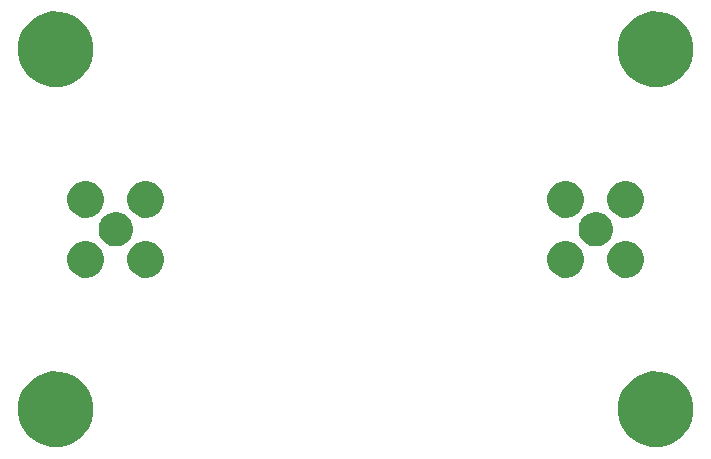
<source format=gbr>
G04 #@! TF.GenerationSoftware,KiCad,Pcbnew,no-vcs-found-7409~56~ubuntu16.04.1*
G04 #@! TF.CreationDate,2017-01-02T13:03:41+01:00*
G04 #@! TF.ProjectId,BP01B,42503031422E6B696361645F70636200,REV*
G04 #@! TF.FileFunction,Soldermask,Top*
G04 #@! TF.FilePolarity,Negative*
%FSLAX46Y46*%
G04 Gerber Fmt 4.6, Leading zero omitted, Abs format (unit mm)*
G04 Created by KiCad (PCBNEW no-vcs-found-7409~56~ubuntu16.04.1) date Mon Jan  2 13:03:41 2017*
%MOMM*%
%LPD*%
G01*
G04 APERTURE LIST*
%ADD10C,0.150000*%
G04 APERTURE END LIST*
D10*
G36*
X56216110Y8277872D02*
X56830848Y8151685D01*
X57409363Y7908500D01*
X57929631Y7557574D01*
X58371824Y7112283D01*
X58719105Y6589582D01*
X58958249Y6009378D01*
X59080004Y5394466D01*
X59080004Y5394449D01*
X59080137Y5393776D01*
X59070128Y4676993D01*
X59069977Y4676330D01*
X59069977Y4676306D01*
X58931099Y4065032D01*
X58675851Y3491739D01*
X58314107Y2978933D01*
X57859653Y2546162D01*
X57329787Y2209900D01*
X56744712Y1982964D01*
X56126688Y1873989D01*
X55499273Y1887132D01*
X54886359Y2021890D01*
X54311293Y2273129D01*
X53795980Y2631282D01*
X53360044Y3082706D01*
X53020093Y3610208D01*
X52789075Y4193693D01*
X52675790Y4810936D01*
X52684551Y5438424D01*
X52815027Y6052266D01*
X53062248Y6629075D01*
X53416795Y7146877D01*
X53865163Y7585952D01*
X54390276Y7929576D01*
X54972132Y8164661D01*
X55588571Y8282254D01*
X56216110Y8277872D01*
X56216110Y8277872D01*
G37*
G36*
X5416110Y8277872D02*
X6030848Y8151685D01*
X6609363Y7908500D01*
X7129631Y7557574D01*
X7571824Y7112283D01*
X7919105Y6589582D01*
X8158249Y6009378D01*
X8280004Y5394466D01*
X8280004Y5394449D01*
X8280137Y5393776D01*
X8270128Y4676993D01*
X8269977Y4676330D01*
X8269977Y4676306D01*
X8131099Y4065032D01*
X7875851Y3491739D01*
X7514107Y2978933D01*
X7059653Y2546162D01*
X6529787Y2209900D01*
X5944712Y1982964D01*
X5326688Y1873989D01*
X4699273Y1887132D01*
X4086359Y2021890D01*
X3511293Y2273129D01*
X2995980Y2631282D01*
X2560044Y3082706D01*
X2220093Y3610208D01*
X1989075Y4193693D01*
X1875790Y4810936D01*
X1884551Y5438424D01*
X2015027Y6052266D01*
X2262248Y6629075D01*
X2616795Y7146877D01*
X3065163Y7585952D01*
X3590276Y7929576D01*
X4172132Y8164661D01*
X4788571Y8282254D01*
X5416110Y8277872D01*
X5416110Y8277872D01*
G37*
G36*
X7782804Y19328971D02*
X8080569Y19267849D01*
X8360786Y19150057D01*
X8612793Y18980077D01*
X8826980Y18764389D01*
X8995193Y18511206D01*
X9111030Y18230165D01*
X9169934Y17932678D01*
X9169934Y17932658D01*
X9170067Y17931985D01*
X9165219Y17584793D01*
X9165067Y17584125D01*
X9165067Y17584107D01*
X9097878Y17288375D01*
X8974241Y17010680D01*
X8799025Y16762296D01*
X8578897Y16552671D01*
X8322240Y16389792D01*
X8038848Y16279871D01*
X7739489Y16227085D01*
X7435585Y16233452D01*
X7138704Y16298726D01*
X6860159Y16420418D01*
X6610550Y16593902D01*
X6399395Y16812559D01*
X6234731Y17068068D01*
X6122829Y17350697D01*
X6067958Y17649671D01*
X6072202Y17953611D01*
X6135402Y18250946D01*
X6255147Y18530332D01*
X6426884Y18781146D01*
X6644059Y18993820D01*
X6898417Y19160267D01*
X7180249Y19274135D01*
X7478839Y19331094D01*
X7782804Y19328971D01*
X7782804Y19328971D01*
G37*
G36*
X12862804Y19328971D02*
X13160569Y19267849D01*
X13440786Y19150057D01*
X13692793Y18980077D01*
X13906980Y18764389D01*
X14075193Y18511206D01*
X14191030Y18230165D01*
X14249934Y17932678D01*
X14249934Y17932658D01*
X14250067Y17931985D01*
X14245219Y17584793D01*
X14245067Y17584125D01*
X14245067Y17584107D01*
X14177878Y17288375D01*
X14054241Y17010680D01*
X13879025Y16762296D01*
X13658897Y16552671D01*
X13402240Y16389792D01*
X13118848Y16279871D01*
X12819489Y16227085D01*
X12515585Y16233452D01*
X12218704Y16298726D01*
X11940159Y16420418D01*
X11690550Y16593902D01*
X11479395Y16812559D01*
X11314731Y17068068D01*
X11202829Y17350697D01*
X11147958Y17649671D01*
X11152202Y17953611D01*
X11215402Y18250946D01*
X11335147Y18530332D01*
X11506884Y18781146D01*
X11724059Y18993820D01*
X11978417Y19160267D01*
X12260249Y19274135D01*
X12558839Y19331094D01*
X12862804Y19328971D01*
X12862804Y19328971D01*
G37*
G36*
X48422804Y19328971D02*
X48720569Y19267849D01*
X49000786Y19150057D01*
X49252793Y18980077D01*
X49466980Y18764389D01*
X49635193Y18511206D01*
X49751030Y18230165D01*
X49809934Y17932678D01*
X49809934Y17932658D01*
X49810067Y17931985D01*
X49805219Y17584793D01*
X49805067Y17584125D01*
X49805067Y17584107D01*
X49737878Y17288375D01*
X49614241Y17010680D01*
X49439025Y16762296D01*
X49218897Y16552671D01*
X48962240Y16389792D01*
X48678848Y16279871D01*
X48379489Y16227085D01*
X48075585Y16233452D01*
X47778704Y16298726D01*
X47500159Y16420418D01*
X47250550Y16593902D01*
X47039395Y16812559D01*
X46874731Y17068068D01*
X46762829Y17350697D01*
X46707958Y17649671D01*
X46712202Y17953611D01*
X46775402Y18250946D01*
X46895147Y18530332D01*
X47066884Y18781146D01*
X47284059Y18993820D01*
X47538417Y19160267D01*
X47820249Y19274135D01*
X48118839Y19331094D01*
X48422804Y19328971D01*
X48422804Y19328971D01*
G37*
G36*
X53502804Y19328971D02*
X53800569Y19267849D01*
X54080786Y19150057D01*
X54332793Y18980077D01*
X54546980Y18764389D01*
X54715193Y18511206D01*
X54831030Y18230165D01*
X54889934Y17932678D01*
X54889934Y17932658D01*
X54890067Y17931985D01*
X54885219Y17584793D01*
X54885067Y17584125D01*
X54885067Y17584107D01*
X54817878Y17288375D01*
X54694241Y17010680D01*
X54519025Y16762296D01*
X54298897Y16552671D01*
X54042240Y16389792D01*
X53758848Y16279871D01*
X53459489Y16227085D01*
X53155585Y16233452D01*
X52858704Y16298726D01*
X52580159Y16420418D01*
X52330550Y16593902D01*
X52119395Y16812559D01*
X51954731Y17068068D01*
X51842829Y17350697D01*
X51787958Y17649671D01*
X51792202Y17953611D01*
X51855402Y18250946D01*
X51975147Y18530332D01*
X52146884Y18781146D01*
X52364059Y18993820D01*
X52618417Y19160267D01*
X52900249Y19274135D01*
X53198839Y19331094D01*
X53502804Y19328971D01*
X53502804Y19328971D01*
G37*
G36*
X10312300Y21769038D02*
X10590857Y21711859D01*
X10852992Y21601668D01*
X11088739Y21442654D01*
X11289112Y21240878D01*
X11446471Y21004032D01*
X11554835Y20741122D01*
X11609930Y20462872D01*
X11609930Y20462848D01*
X11610062Y20462180D01*
X11605527Y20137387D01*
X11605376Y20136724D01*
X11605376Y20136700D01*
X11542532Y19860096D01*
X11426870Y19600316D01*
X11262956Y19367951D01*
X11057033Y19171854D01*
X10816936Y19019484D01*
X10551824Y18916653D01*
X10271780Y18867273D01*
X9987482Y18873229D01*
X9709756Y18934290D01*
X9449179Y19048134D01*
X9215677Y19210422D01*
X9018143Y19414974D01*
X8864102Y19654000D01*
X8759422Y19918392D01*
X8708089Y20198081D01*
X8712059Y20482410D01*
X8771182Y20760558D01*
X8883204Y21021927D01*
X9043859Y21256556D01*
X9247026Y21455512D01*
X9484966Y21611216D01*
X9748620Y21717740D01*
X10027946Y21771024D01*
X10312300Y21769038D01*
X10312300Y21769038D01*
G37*
G36*
X50952300Y21769038D02*
X51230857Y21711859D01*
X51492992Y21601668D01*
X51728739Y21442654D01*
X51929112Y21240878D01*
X52086471Y21004032D01*
X52194835Y20741122D01*
X52249930Y20462872D01*
X52249930Y20462848D01*
X52250062Y20462180D01*
X52245527Y20137387D01*
X52245376Y20136724D01*
X52245376Y20136700D01*
X52182532Y19860096D01*
X52066870Y19600316D01*
X51902956Y19367951D01*
X51697033Y19171854D01*
X51456936Y19019484D01*
X51191824Y18916653D01*
X50911780Y18867273D01*
X50627482Y18873229D01*
X50349756Y18934290D01*
X50089179Y19048134D01*
X49855677Y19210422D01*
X49658143Y19414974D01*
X49504102Y19654000D01*
X49399422Y19918392D01*
X49348089Y20198081D01*
X49352059Y20482410D01*
X49411182Y20760558D01*
X49523204Y21021927D01*
X49683859Y21256556D01*
X49887026Y21455512D01*
X50124966Y21611216D01*
X50388620Y21717740D01*
X50667946Y21771024D01*
X50952300Y21769038D01*
X50952300Y21769038D01*
G37*
G36*
X53502804Y24408971D02*
X53800569Y24347849D01*
X54080786Y24230057D01*
X54332793Y24060077D01*
X54546980Y23844389D01*
X54715193Y23591206D01*
X54831030Y23310165D01*
X54889934Y23012678D01*
X54889934Y23012658D01*
X54890067Y23011985D01*
X54885219Y22664793D01*
X54885067Y22664125D01*
X54885067Y22664107D01*
X54817878Y22368375D01*
X54694241Y22090680D01*
X54519025Y21842296D01*
X54298897Y21632671D01*
X54042240Y21469792D01*
X53758848Y21359871D01*
X53459489Y21307085D01*
X53155585Y21313452D01*
X52858704Y21378726D01*
X52580159Y21500418D01*
X52330550Y21673902D01*
X52119395Y21892559D01*
X51954731Y22148068D01*
X51842829Y22430697D01*
X51787958Y22729671D01*
X51792202Y23033611D01*
X51855402Y23330946D01*
X51975147Y23610332D01*
X52146884Y23861146D01*
X52364059Y24073820D01*
X52618417Y24240267D01*
X52900249Y24354135D01*
X53198839Y24411094D01*
X53502804Y24408971D01*
X53502804Y24408971D01*
G37*
G36*
X48422804Y24408971D02*
X48720569Y24347849D01*
X49000786Y24230057D01*
X49252793Y24060077D01*
X49466980Y23844389D01*
X49635193Y23591206D01*
X49751030Y23310165D01*
X49809934Y23012678D01*
X49809934Y23012658D01*
X49810067Y23011985D01*
X49805219Y22664793D01*
X49805067Y22664125D01*
X49805067Y22664107D01*
X49737878Y22368375D01*
X49614241Y22090680D01*
X49439025Y21842296D01*
X49218897Y21632671D01*
X48962240Y21469792D01*
X48678848Y21359871D01*
X48379489Y21307085D01*
X48075585Y21313452D01*
X47778704Y21378726D01*
X47500159Y21500418D01*
X47250550Y21673902D01*
X47039395Y21892559D01*
X46874731Y22148068D01*
X46762829Y22430697D01*
X46707958Y22729671D01*
X46712202Y23033611D01*
X46775402Y23330946D01*
X46895147Y23610332D01*
X47066884Y23861146D01*
X47284059Y24073820D01*
X47538417Y24240267D01*
X47820249Y24354135D01*
X48118839Y24411094D01*
X48422804Y24408971D01*
X48422804Y24408971D01*
G37*
G36*
X12862804Y24408971D02*
X13160569Y24347849D01*
X13440786Y24230057D01*
X13692793Y24060077D01*
X13906980Y23844389D01*
X14075193Y23591206D01*
X14191030Y23310165D01*
X14249934Y23012678D01*
X14249934Y23012658D01*
X14250067Y23011985D01*
X14245219Y22664793D01*
X14245067Y22664125D01*
X14245067Y22664107D01*
X14177878Y22368375D01*
X14054241Y22090680D01*
X13879025Y21842296D01*
X13658897Y21632671D01*
X13402240Y21469792D01*
X13118848Y21359871D01*
X12819489Y21307085D01*
X12515585Y21313452D01*
X12218704Y21378726D01*
X11940159Y21500418D01*
X11690550Y21673902D01*
X11479395Y21892559D01*
X11314731Y22148068D01*
X11202829Y22430697D01*
X11147958Y22729671D01*
X11152202Y23033611D01*
X11215402Y23330946D01*
X11335147Y23610332D01*
X11506884Y23861146D01*
X11724059Y24073820D01*
X11978417Y24240267D01*
X12260249Y24354135D01*
X12558839Y24411094D01*
X12862804Y24408971D01*
X12862804Y24408971D01*
G37*
G36*
X7782804Y24408971D02*
X8080569Y24347849D01*
X8360786Y24230057D01*
X8612793Y24060077D01*
X8826980Y23844389D01*
X8995193Y23591206D01*
X9111030Y23310165D01*
X9169934Y23012678D01*
X9169934Y23012658D01*
X9170067Y23011985D01*
X9165219Y22664793D01*
X9165067Y22664125D01*
X9165067Y22664107D01*
X9097878Y22368375D01*
X8974241Y22090680D01*
X8799025Y21842296D01*
X8578897Y21632671D01*
X8322240Y21469792D01*
X8038848Y21359871D01*
X7739489Y21307085D01*
X7435585Y21313452D01*
X7138704Y21378726D01*
X6860159Y21500418D01*
X6610550Y21673902D01*
X6399395Y21892559D01*
X6234731Y22148068D01*
X6122829Y22430697D01*
X6067958Y22729671D01*
X6072202Y23033611D01*
X6135402Y23330946D01*
X6255147Y23610332D01*
X6426884Y23861146D01*
X6644059Y24073820D01*
X6898417Y24240267D01*
X7180249Y24354135D01*
X7478839Y24411094D01*
X7782804Y24408971D01*
X7782804Y24408971D01*
G37*
G36*
X56216110Y38757872D02*
X56830848Y38631685D01*
X57409363Y38388500D01*
X57929631Y38037574D01*
X58371824Y37592283D01*
X58719105Y37069582D01*
X58958249Y36489378D01*
X59080004Y35874466D01*
X59080004Y35874449D01*
X59080137Y35873776D01*
X59070128Y35156993D01*
X59069977Y35156330D01*
X59069977Y35156306D01*
X58931099Y34545032D01*
X58675851Y33971739D01*
X58314107Y33458933D01*
X57859653Y33026162D01*
X57329787Y32689900D01*
X56744712Y32462964D01*
X56126688Y32353989D01*
X55499273Y32367132D01*
X54886359Y32501890D01*
X54311293Y32753129D01*
X53795980Y33111282D01*
X53360044Y33562706D01*
X53020093Y34090208D01*
X52789075Y34673693D01*
X52675790Y35290936D01*
X52684551Y35918424D01*
X52815027Y36532266D01*
X53062248Y37109075D01*
X53416795Y37626877D01*
X53865163Y38065952D01*
X54390276Y38409576D01*
X54972132Y38644661D01*
X55588571Y38762254D01*
X56216110Y38757872D01*
X56216110Y38757872D01*
G37*
G36*
X5416110Y38757872D02*
X6030848Y38631685D01*
X6609363Y38388500D01*
X7129631Y38037574D01*
X7571824Y37592283D01*
X7919105Y37069582D01*
X8158249Y36489378D01*
X8280004Y35874466D01*
X8280004Y35874449D01*
X8280137Y35873776D01*
X8270128Y35156993D01*
X8269977Y35156330D01*
X8269977Y35156306D01*
X8131099Y34545032D01*
X7875851Y33971739D01*
X7514107Y33458933D01*
X7059653Y33026162D01*
X6529787Y32689900D01*
X5944712Y32462964D01*
X5326688Y32353989D01*
X4699273Y32367132D01*
X4086359Y32501890D01*
X3511293Y32753129D01*
X2995980Y33111282D01*
X2560044Y33562706D01*
X2220093Y34090208D01*
X1989075Y34673693D01*
X1875790Y35290936D01*
X1884551Y35918424D01*
X2015027Y36532266D01*
X2262248Y37109075D01*
X2616795Y37626877D01*
X3065163Y38065952D01*
X3590276Y38409576D01*
X4172132Y38644661D01*
X4788571Y38762254D01*
X5416110Y38757872D01*
X5416110Y38757872D01*
G37*
M02*

</source>
